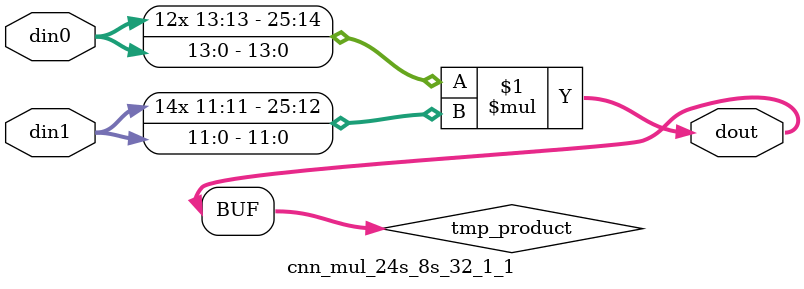
<source format=v>

`timescale 1 ns / 1 ps

  module cnn_mul_24s_8s_32_1_1(din0, din1, dout);
parameter ID = 1;
parameter NUM_STAGE = 0;
parameter din0_WIDTH = 14;
parameter din1_WIDTH = 12;
parameter dout_WIDTH = 26;

input [din0_WIDTH - 1 : 0] din0; 
input [din1_WIDTH - 1 : 0] din1; 
output [dout_WIDTH - 1 : 0] dout;

wire signed [dout_WIDTH - 1 : 0] tmp_product;













assign tmp_product = $signed(din0) * $signed(din1);








assign dout = tmp_product;







endmodule

</source>
